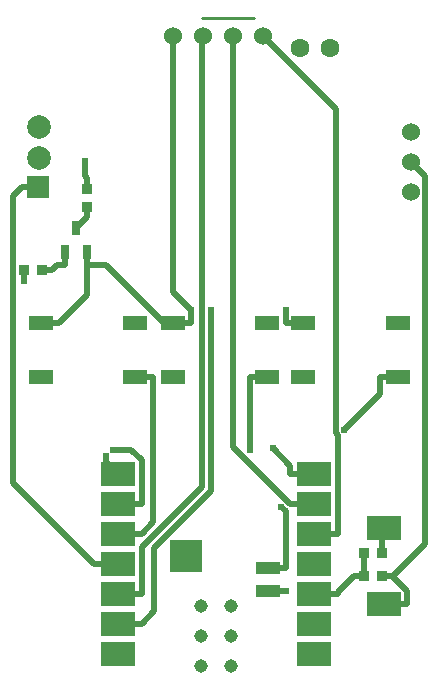
<source format=gtl>
G04 Layer: TopLayer*
G04 EasyEDA v6.5.54, 2026-02-22 20:23:12*
G04 8aabf25695d44ce6b75903a6ff613cb9,b016eb778fe0479d964383eb0b581ccc,10*
G04 Gerber Generator version 0.2*
G04 Scale: 100 percent, Rotated: No, Reflected: No *
G04 Dimensions in millimeters *
G04 leading zeros omitted , absolute positions ,4 integer and 5 decimal *
%FSLAX45Y45*%
%MOMM*%

%AMMACRO1*21,1,$1,$2,0,0,$3*%
%ADD10C,0.5000*%
%ADD11C,0.2540*%
%ADD12R,0.7000X1.2500*%
%ADD13MACRO1,0.864X0.8065X0.0000*%
%ADD14R,0.8640X0.8065*%
%ADD15MACRO1,0.864X0.8065X90.0000*%
%ADD16MACRO1,0.864X0.8065X-90.0000*%
%ADD17R,2.0000X1.2000*%
%ADD18R,0.0112X1.2000*%
%ADD19R,2.8000X2.8000*%
%ADD20R,2.0000X1.0000*%
%ADD21R,3.0000X2.0000*%
%ADD22C,1.1430*%
%ADD23C,1.6000*%
%ADD24C,2.0066*%
%ADD25MACRO1,1.8031X1.8034X90.0000*%
%ADD26C,1.5240*%
%ADD27C,0.6100*%

%LPD*%
D10*
X10213390Y5930900D02*
G01*
X10363454Y5930900D01*
X10363454Y5930900D02*
G01*
X10363454Y6413220D01*
X10323042Y6453631D01*
X10598886Y6223000D02*
G01*
X10798962Y6223000D01*
X10169397Y10439400D02*
G01*
X10784916Y9823881D01*
X10784916Y7075347D01*
X10798962Y7061301D01*
X10798962Y6223000D01*
X10598886Y6477000D02*
G01*
X10398836Y6477000D01*
X10398836Y6477000D02*
G01*
X10398836Y6478066D01*
X9915397Y6961504D01*
X9915397Y10439400D01*
X11417300Y9372600D02*
G01*
X11536832Y9253067D01*
X11536832Y6138722D01*
X11265509Y5867400D01*
X11175136Y5867400D02*
G01*
X11220322Y5867400D01*
X11188700Y5626100D02*
G01*
X11388775Y5626100D01*
X11262461Y5867400D02*
G01*
X11265509Y5867400D01*
X11220322Y5867400D02*
G01*
X11262461Y5867400D01*
X11262461Y5867400D02*
G01*
X11388775Y5741085D01*
X11388775Y5626100D01*
X8674100Y8902090D02*
G01*
X8585200Y8813190D01*
X8585200Y8812199D01*
X8674100Y8992463D02*
G01*
X8674100Y8902090D01*
X8382609Y8458200D02*
G01*
X8424036Y8499627D01*
X8490204Y8499627D01*
X8292236Y8458200D02*
G01*
X8382609Y8458200D01*
X8490204Y8612200D02*
G01*
X8490204Y8499627D01*
X8938895Y5715000D02*
G01*
X9138970Y5715000D01*
X9661397Y10439400D02*
G01*
X9654057Y10432059D01*
X9654057Y6622719D01*
X9138970Y6107633D01*
X9138970Y5715000D01*
X10213390Y5740425D02*
G01*
X10360126Y5740425D01*
X11175136Y6057900D02*
G01*
X11175136Y6260236D01*
X11188700Y6273800D01*
X8674100Y9233509D02*
G01*
X8658733Y9248876D01*
X8658733Y9378340D01*
X8674100Y9143136D02*
G01*
X8674100Y9233509D01*
X9404400Y8004987D02*
G01*
X9329369Y8004987D01*
X8680195Y8612200D02*
G01*
X8680195Y8499627D01*
X10509300Y8004987D02*
G01*
X10359237Y8004987D01*
X10359237Y8004987D02*
G01*
X10359237Y8116468D01*
X9404400Y8004987D02*
G01*
X9554463Y8004987D01*
X9554463Y8004987D02*
G01*
X9554463Y8122183D01*
X9407397Y10439400D02*
G01*
X9407397Y8269249D01*
X9554463Y8122183D01*
X8938895Y5461000D02*
G01*
X9138970Y5461000D01*
X9138970Y5461000D02*
G01*
X9248368Y5570397D01*
X9248368Y6103594D01*
X9729495Y6584721D01*
X9729495Y8116468D01*
X8286800Y8004987D02*
G01*
X8436863Y8004987D01*
X9329369Y8004987D02*
G01*
X8834729Y8499627D01*
X8680195Y8499627D01*
X8680195Y8499627D02*
G01*
X8680195Y8248319D01*
X8436863Y8004987D01*
X8141563Y8458200D02*
G01*
X8141563Y8364931D01*
X10398836Y6731000D02*
G01*
X10398836Y6798843D01*
X10251490Y6946188D01*
X10598886Y6731000D02*
G01*
X10398836Y6731000D01*
X8938895Y6731000D02*
G01*
X8839098Y6830796D01*
X8839098Y6878751D01*
X10855782Y7104710D02*
G01*
X11159236Y7408163D01*
X11159236Y7555001D01*
X11309299Y7555001D02*
G01*
X11159236Y7555001D01*
X8738844Y5969000D02*
G01*
X8053831Y6654012D01*
X8053831Y9084335D01*
X8125409Y9155912D01*
X8938895Y5969000D02*
G01*
X8738844Y5969000D01*
X8265642Y9155912D02*
G01*
X8125409Y9155912D01*
X9236862Y7555001D02*
G01*
X9236862Y6320891D01*
X9138970Y6223000D01*
X8938895Y6223000D02*
G01*
X9138970Y6223000D01*
X9086799Y7555001D02*
G01*
X9236862Y7555001D01*
X10204399Y7555001D02*
G01*
X10054336Y7555001D01*
X8938895Y6477000D02*
G01*
X9138970Y6477000D01*
X10054336Y6936968D02*
G01*
X10054336Y7555001D01*
X9138970Y6477000D02*
G01*
X9138970Y6847687D01*
X9049715Y6936943D01*
X8894825Y6936943D01*
X8894825Y6936968D01*
X10798962Y5715000D02*
G01*
X10798962Y5732271D01*
X10934090Y5867400D01*
X11024463Y5867400D02*
G01*
X10934090Y5867400D01*
X10598886Y5715000D02*
G01*
X10798962Y5715000D01*
X11024463Y6057900D02*
G01*
X11024463Y5867400D01*
D11*
X10093197Y10591800D02*
G01*
X9648697Y10591800D01*
D12*
G01*
X8490204Y8612200D03*
G01*
X8680195Y8612200D03*
G01*
X8585200Y8812199D03*
D13*
G01*
X8674100Y9143124D03*
D14*
G01*
X8674100Y8992463D03*
D15*
G01*
X8292224Y8458200D03*
G01*
X8141575Y8458200D03*
D16*
G01*
X11024475Y5867400D03*
G01*
X11175124Y5867400D03*
G01*
X11024475Y6057900D03*
G01*
X11175124Y6057900D03*
D17*
G01*
X8286800Y8004987D03*
G01*
X8286800Y7555001D03*
G01*
X9086799Y7555001D03*
G01*
X9086799Y8004987D03*
G01*
X9404400Y8004987D03*
G01*
X9404400Y7555001D03*
G01*
X10204399Y7555001D03*
G01*
X10204399Y8004987D03*
G01*
X10509300Y8004987D03*
G01*
X10509300Y7555001D03*
G01*
X11309299Y7555001D03*
G01*
X11309299Y8004987D03*
D19*
G01*
X9518904Y6032500D03*
D20*
G01*
X10213390Y5740425D03*
G01*
X10213390Y5930900D03*
D21*
G01*
X10598886Y5207000D03*
G01*
X10598886Y5461000D03*
G01*
X10598886Y5715000D03*
G01*
X10598886Y5969000D03*
G01*
X10598886Y6223000D03*
G01*
X10598886Y6477000D03*
G01*
X10598886Y6731000D03*
G01*
X8938895Y6731000D03*
G01*
X8938895Y6477000D03*
G01*
X8938895Y6223000D03*
G01*
X8938895Y5969000D03*
G01*
X8938895Y5715000D03*
G01*
X8938895Y5461000D03*
G01*
X8938895Y5207000D03*
D22*
G01*
X9641916Y5105400D03*
G01*
X9641916Y5359400D03*
G01*
X9895916Y5359400D03*
G01*
X9895916Y5105400D03*
G01*
X9895890Y5613400D03*
G01*
X9641890Y5613400D03*
D23*
G01*
X10731500Y10337800D03*
G01*
X10477500Y10337800D03*
D24*
G01*
X8269757Y9665462D03*
G01*
X8267471Y9409176D03*
D25*
G01*
X8265642Y9155925D03*
D26*
G01*
X9407397Y10439400D03*
G01*
X9661397Y10439400D03*
G01*
X9915397Y10439400D03*
G01*
X10169397Y10439400D03*
D21*
G01*
X11188700Y6273800D03*
G01*
X11188700Y5626100D03*
D26*
G01*
X11417300Y9626600D03*
G01*
X11417300Y9372600D03*
G01*
X11417300Y9118600D03*
D27*
G01*
X10054336Y6936968D03*
G01*
X8894825Y6936968D03*
G01*
X10855782Y7104710D03*
G01*
X8839098Y6878751D03*
G01*
X8141563Y8364931D03*
G01*
X10251490Y6946188D03*
G01*
X9729495Y8116468D03*
G01*
X9554463Y8122183D03*
G01*
X10359237Y8116468D03*
G01*
X8658733Y9378340D03*
G01*
X10360126Y5740425D03*
G01*
X10323042Y6453631D03*
M02*

</source>
